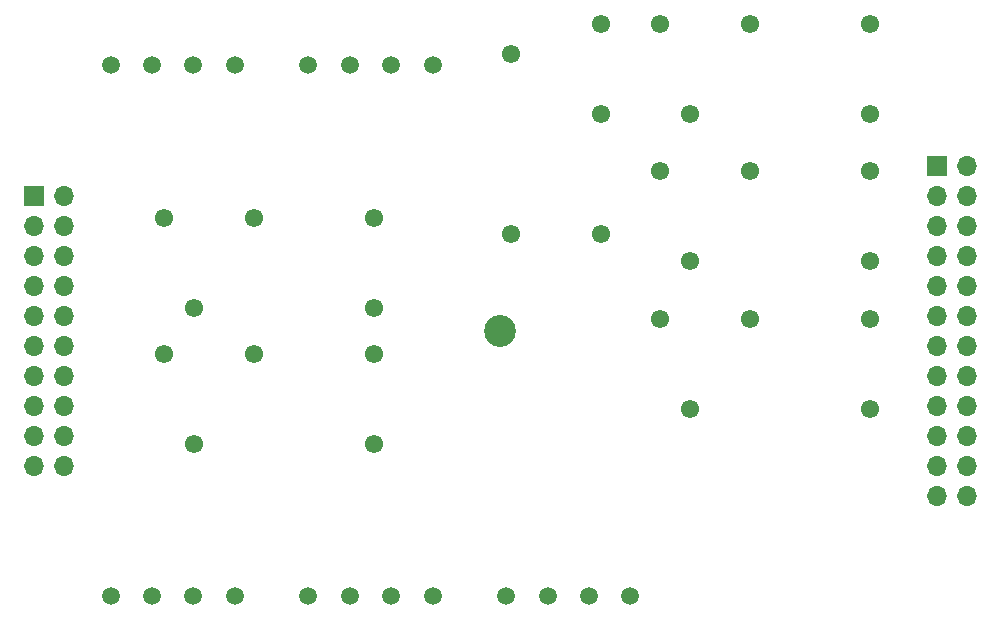
<source format=gbr>
%TF.GenerationSoftware,KiCad,Pcbnew,(6.0.4)*%
%TF.CreationDate,2022-03-25T16:17:33-04:00*%
%TF.ProjectId,relay_board,72656c61-795f-4626-9f61-72642e6b6963,rev?*%
%TF.SameCoordinates,Original*%
%TF.FileFunction,Soldermask,Bot*%
%TF.FilePolarity,Negative*%
%FSLAX46Y46*%
G04 Gerber Fmt 4.6, Leading zero omitted, Abs format (unit mm)*
G04 Created by KiCad (PCBNEW (6.0.4)) date 2022-03-25 16:17:33*
%MOMM*%
%LPD*%
G01*
G04 APERTURE LIST*
%ADD10C,1.549400*%
%ADD11C,1.498600*%
%ADD12R,1.700000X1.700000*%
%ADD13O,1.700000X1.700000*%
%ADD14C,2.700000*%
G04 APERTURE END LIST*
D10*
%TO.C,Ue*%
X174000000Y-88500000D03*
X181620000Y-88500000D03*
X191780000Y-88500000D03*
X191780000Y-96120000D03*
X176540000Y-96120000D03*
%TD*%
D11*
%TO.C,J1*%
X169500000Y-120500000D03*
X173000001Y-120500000D03*
X176500001Y-120500000D03*
X180000002Y-120500000D03*
%TD*%
D10*
%TO.C,U4*%
X216000000Y-84500000D03*
X223620000Y-84500000D03*
X233780000Y-84500000D03*
X233780000Y-92120000D03*
X218540000Y-92120000D03*
%TD*%
%TO.C,U5*%
X203380000Y-74590000D03*
X203380000Y-89830000D03*
X211000000Y-89830000D03*
X211000000Y-79670000D03*
X211000000Y-72050000D03*
%TD*%
D11*
%TO.C,J7*%
X180000000Y-75500000D03*
X176499999Y-75500000D03*
X172999999Y-75500000D03*
X169499998Y-75500000D03*
%TD*%
D10*
%TO.C,U2*%
X174000000Y-100000000D03*
X181620000Y-100000000D03*
X191780000Y-100000000D03*
X191780000Y-107620000D03*
X176540000Y-107620000D03*
%TD*%
%TO.C,U6*%
X216000000Y-72000000D03*
X223620000Y-72000000D03*
X233780000Y-72000000D03*
X233780000Y-79620000D03*
X218540000Y-79620000D03*
%TD*%
D12*
%TO.C,J6*%
X239500000Y-84030000D03*
D13*
X242040000Y-84030000D03*
X239500000Y-86570000D03*
X242040000Y-86570000D03*
X239500000Y-89110000D03*
X242040000Y-89110000D03*
X239500000Y-91650000D03*
X242040000Y-91650000D03*
X239500000Y-94190000D03*
X242040000Y-94190000D03*
X239500000Y-96730000D03*
X242040000Y-96730000D03*
X239500000Y-99270000D03*
X242040000Y-99270000D03*
X239500000Y-101810000D03*
X242040000Y-101810000D03*
X239500000Y-104350000D03*
X242040000Y-104350000D03*
X239500000Y-106890000D03*
X242040000Y-106890000D03*
X239500000Y-109430000D03*
X242040000Y-109430000D03*
X239500000Y-111970000D03*
X242040000Y-111970000D03*
%TD*%
D11*
%TO.C,J*%
X203000000Y-120500000D03*
X206500001Y-120500000D03*
X210000001Y-120500000D03*
X213500002Y-120500000D03*
%TD*%
%TO.C,J2*%
X186250000Y-120500000D03*
X189750001Y-120500000D03*
X193250001Y-120500000D03*
X196750002Y-120500000D03*
%TD*%
D14*
%TO.C,REF\u002A\u002A*%
X202500000Y-98000000D03*
%TD*%
D11*
%TO.C,J4*%
X196750000Y-75500000D03*
X193249999Y-75500000D03*
X189749999Y-75500000D03*
X186249998Y-75500000D03*
%TD*%
D12*
%TO.C,J5*%
X163000000Y-86570000D03*
D13*
X165540000Y-86570000D03*
X163000000Y-89110000D03*
X165540000Y-89110000D03*
X163000000Y-91650000D03*
X165540000Y-91650000D03*
X163000000Y-94190000D03*
X165540000Y-94190000D03*
X163000000Y-96730000D03*
X165540000Y-96730000D03*
X163000000Y-99270000D03*
X165540000Y-99270000D03*
X163000000Y-101810000D03*
X165540000Y-101810000D03*
X163000000Y-104350000D03*
X165540000Y-104350000D03*
X163000000Y-106890000D03*
X165540000Y-106890000D03*
X163000000Y-109430000D03*
X165540000Y-109430000D03*
%TD*%
D10*
%TO.C,U1*%
X216000000Y-97000000D03*
X223620000Y-97000000D03*
X233780000Y-97000000D03*
X233780000Y-104620000D03*
X218540000Y-104620000D03*
%TD*%
M02*

</source>
